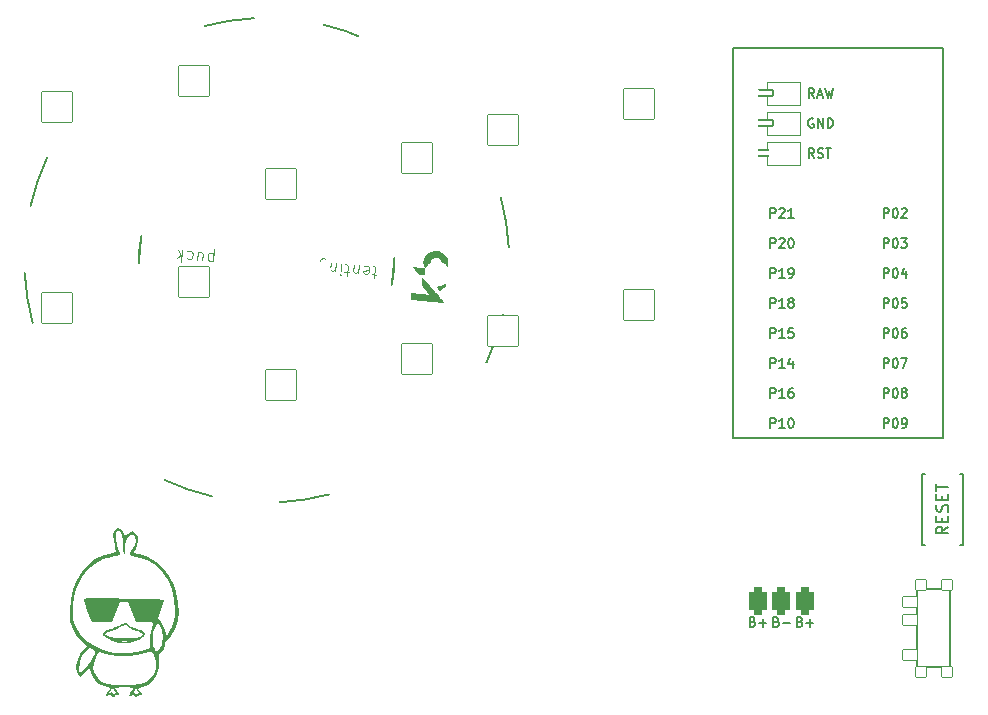
<source format=gto>
%TF.GenerationSoftware,KiCad,Pcbnew,(6.0.4)*%
%TF.CreationDate,2022-05-15T06:34:31+02:00*%
%TF.ProjectId,battoota,62617474-6f6f-4746-912e-6b696361645f,v1.0.0*%
%TF.SameCoordinates,Original*%
%TF.FileFunction,Legend,Top*%
%TF.FilePolarity,Positive*%
%FSLAX46Y46*%
G04 Gerber Fmt 4.6, Leading zero omitted, Abs format (unit mm)*
G04 Created by KiCad (PCBNEW (6.0.4)) date 2022-05-15 06:34:31*
%MOMM*%
%LPD*%
G01*
G04 APERTURE LIST*
G04 Aperture macros list*
%AMRoundRect*
0 Rectangle with rounded corners*
0 $1 Rounding radius*
0 $2 $3 $4 $5 $6 $7 $8 $9 X,Y pos of 4 corners*
0 Add a 4 corners polygon primitive as box body*
4,1,4,$2,$3,$4,$5,$6,$7,$8,$9,$2,$3,0*
0 Add four circle primitives for the rounded corners*
1,1,$1+$1,$2,$3*
1,1,$1+$1,$4,$5*
1,1,$1+$1,$6,$7*
1,1,$1+$1,$8,$9*
0 Add four rect primitives between the rounded corners*
20,1,$1+$1,$2,$3,$4,$5,0*
20,1,$1+$1,$4,$5,$6,$7,0*
20,1,$1+$1,$6,$7,$8,$9,0*
20,1,$1+$1,$8,$9,$2,$3,0*%
%AMFreePoly0*
4,1,16,0.535355,0.785355,0.550000,0.750000,0.550000,-0.750000,0.535355,-0.785355,0.500000,-0.800000,-0.650000,-0.800000,-0.685355,-0.785355,-0.700000,-0.750000,-0.691603,-0.722265,-0.210093,0.000000,-0.691603,0.722265,-0.699029,0.759806,-0.677735,0.791603,-0.650000,0.800000,0.500000,0.800000,0.535355,0.785355,0.535355,0.785355,$1*%
%AMFreePoly1*
4,1,16,0.535355,0.785355,0.541603,0.777735,1.041603,0.027735,1.049029,-0.009806,1.041603,-0.027735,0.541603,-0.777735,0.509806,-0.799029,0.500000,-0.800000,-0.500000,-0.800000,-0.535355,-0.785355,-0.550000,-0.750000,-0.550000,0.750000,-0.535355,0.785355,-0.500000,0.800000,0.500000,0.800000,0.535355,0.785355,0.535355,0.785355,$1*%
G04 Aperture macros list end*
%ADD10C,0.150000*%
%ADD11C,0.100000*%
%ADD12C,0.120000*%
%ADD13C,0.200000*%
%ADD14C,0.010000*%
%ADD15RoundRect,0.375000X-0.375000X-0.750000X0.375000X-0.750000X0.375000X0.750000X-0.375000X0.750000X0*%
%ADD16C,2.000000*%
%ADD17C,1.752600*%
%ADD18RoundRect,0.050000X-0.450000X0.450000X-0.450000X-0.450000X0.450000X-0.450000X0.450000X0.450000X0*%
%ADD19RoundRect,0.050000X-0.625000X0.450000X-0.625000X-0.450000X0.625000X-0.450000X0.625000X0.450000X0*%
%ADD20RoundRect,0.425000X-0.375000X-0.750000X0.375000X-0.750000X0.375000X0.750000X-0.375000X0.750000X0*%
%ADD21C,2.100000*%
%ADD22C,3.100000*%
%ADD23C,1.801800*%
%ADD24C,3.529000*%
%ADD25RoundRect,0.050000X-1.277114X-1.322490X1.322490X-1.277114X1.277114X1.322490X-1.322490X1.277114X0*%
%ADD26C,2.132000*%
%ADD27RoundRect,0.050000X-1.300000X-1.300000X1.300000X-1.300000X1.300000X1.300000X-1.300000X1.300000X0*%
%ADD28RoundRect,0.050000X-1.666227X-0.776974X0.776974X-1.666227X1.666227X0.776974X-0.776974X1.666227X0*%
%ADD29C,1.100000*%
%ADD30RoundRect,0.050000X-1.253839X-1.344577X1.344577X-1.253839X1.253839X1.344577X-1.344577X1.253839X0*%
%ADD31RoundRect,0.050000X-1.408356X-1.181751X1.181751X-1.408356X1.408356X1.181751X-1.181751X1.408356X0*%
%ADD32C,1.852600*%
%ADD33FreePoly0,180.000000*%
%ADD34RoundRect,0.050000X-0.762000X0.250000X-0.762000X-0.250000X0.762000X-0.250000X0.762000X0.250000X0*%
%ADD35FreePoly1,180.000000*%
%ADD36C,4.500000*%
G04 APERTURE END LIST*
D10*
%TO.C,PAD1*%
X149107300Y56420824D02*
X149221586Y56382729D01*
X149259681Y56344634D01*
X149297776Y56268443D01*
X149297776Y56154158D01*
X149259681Y56077967D01*
X149221586Y56039872D01*
X149145396Y56001777D01*
X148840634Y56001777D01*
X148840634Y56801777D01*
X149107300Y56801777D01*
X149183491Y56763682D01*
X149221586Y56725586D01*
X149259681Y56649396D01*
X149259681Y56573205D01*
X149221586Y56497015D01*
X149183491Y56458920D01*
X149107300Y56420824D01*
X148840634Y56420824D01*
X149640634Y56306539D02*
X150250157Y56306539D01*
X147107300Y56420824D02*
X147221586Y56382729D01*
X147259681Y56344634D01*
X147297776Y56268443D01*
X147297776Y56154158D01*
X147259681Y56077967D01*
X147221586Y56039872D01*
X147145396Y56001777D01*
X146840634Y56001777D01*
X146840634Y56801777D01*
X147107300Y56801777D01*
X147183491Y56763682D01*
X147221586Y56725586D01*
X147259681Y56649396D01*
X147259681Y56573205D01*
X147221586Y56497015D01*
X147183491Y56458920D01*
X147107300Y56420824D01*
X146840634Y56420824D01*
X147640634Y56306539D02*
X148250157Y56306539D01*
X147945396Y56001777D02*
X147945396Y56611301D01*
X151107300Y56420824D02*
X151221586Y56382729D01*
X151259681Y56344634D01*
X151297776Y56268443D01*
X151297776Y56154158D01*
X151259681Y56077967D01*
X151221586Y56039872D01*
X151145396Y56001777D01*
X150840634Y56001777D01*
X150840634Y56801777D01*
X151107300Y56801777D01*
X151183491Y56763682D01*
X151221586Y56725586D01*
X151259681Y56649396D01*
X151259681Y56573205D01*
X151221586Y56497015D01*
X151183491Y56458920D01*
X151107300Y56420824D01*
X150840634Y56420824D01*
X151640634Y56306539D02*
X152250157Y56306539D01*
X151945396Y56001777D02*
X151945396Y56611301D01*
%TO.C,B1*%
X163655571Y64450138D02*
X163179381Y64116804D01*
X163655571Y63878709D02*
X162655571Y63878709D01*
X162655571Y64259661D01*
X162703191Y64354899D01*
X162750810Y64402519D01*
X162846048Y64450138D01*
X162988905Y64450138D01*
X163084143Y64402519D01*
X163131762Y64354899D01*
X163179381Y64259661D01*
X163179381Y63878709D01*
X163131762Y64878709D02*
X163131762Y65212042D01*
X163655571Y65354899D02*
X163655571Y64878709D01*
X162655571Y64878709D01*
X162655571Y65354899D01*
X163607952Y65735852D02*
X163655571Y65878709D01*
X163655571Y66116804D01*
X163607952Y66212042D01*
X163560333Y66259661D01*
X163465095Y66307280D01*
X163369857Y66307280D01*
X163274619Y66259661D01*
X163227000Y66212042D01*
X163179381Y66116804D01*
X163131762Y65926328D01*
X163084143Y65831090D01*
X163036524Y65783471D01*
X162941286Y65735852D01*
X162846048Y65735852D01*
X162750810Y65783471D01*
X162703191Y65831090D01*
X162655571Y65926328D01*
X162655571Y66164423D01*
X162703191Y66307280D01*
X163131762Y66735852D02*
X163131762Y67069185D01*
X163655571Y67212042D02*
X163655571Y66735852D01*
X162655571Y66735852D01*
X162655571Y67212042D01*
X162655571Y67497757D02*
X162655571Y68069185D01*
X163655571Y67783471D02*
X162655571Y67783471D01*
%TO.C,MCU1*%
X158185784Y75380637D02*
X158185784Y76180637D01*
X158490546Y76180637D01*
X158566736Y76142542D01*
X158604832Y76104446D01*
X158642927Y76028256D01*
X158642927Y75913970D01*
X158604832Y75837780D01*
X158566736Y75799684D01*
X158490546Y75761589D01*
X158185784Y75761589D01*
X159138165Y76180637D02*
X159214355Y76180637D01*
X159290546Y76142542D01*
X159328641Y76104446D01*
X159366736Y76028256D01*
X159404832Y75875875D01*
X159404832Y75685399D01*
X159366736Y75533018D01*
X159328641Y75456827D01*
X159290546Y75418732D01*
X159214355Y75380637D01*
X159138165Y75380637D01*
X159061974Y75418732D01*
X159023879Y75456827D01*
X158985784Y75533018D01*
X158947689Y75685399D01*
X158947689Y75875875D01*
X158985784Y76028256D01*
X159023879Y76104446D01*
X159061974Y76142542D01*
X159138165Y76180637D01*
X159861974Y75837780D02*
X159785784Y75875875D01*
X159747689Y75913970D01*
X159709593Y75990161D01*
X159709593Y76028256D01*
X159747689Y76104446D01*
X159785784Y76142542D01*
X159861974Y76180637D01*
X160014355Y76180637D01*
X160090546Y76142542D01*
X160128641Y76104446D01*
X160166736Y76028256D01*
X160166736Y75990161D01*
X160128641Y75913970D01*
X160090546Y75875875D01*
X160014355Y75837780D01*
X159861974Y75837780D01*
X159785784Y75799684D01*
X159747689Y75761589D01*
X159709593Y75685399D01*
X159709593Y75533018D01*
X159747689Y75456827D01*
X159785784Y75418732D01*
X159861974Y75380637D01*
X160014355Y75380637D01*
X160090546Y75418732D01*
X160128641Y75456827D01*
X160166736Y75533018D01*
X160166736Y75685399D01*
X160128641Y75761589D01*
X160090546Y75799684D01*
X160014355Y75837780D01*
X148585784Y90620637D02*
X148585784Y91420637D01*
X148890546Y91420637D01*
X148966736Y91382542D01*
X149004832Y91344446D01*
X149042927Y91268256D01*
X149042927Y91153970D01*
X149004832Y91077780D01*
X148966736Y91039684D01*
X148890546Y91001589D01*
X148585784Y91001589D01*
X149347689Y91344446D02*
X149385784Y91382542D01*
X149461974Y91420637D01*
X149652451Y91420637D01*
X149728641Y91382542D01*
X149766736Y91344446D01*
X149804832Y91268256D01*
X149804832Y91192065D01*
X149766736Y91077780D01*
X149309593Y90620637D01*
X149804832Y90620637D01*
X150566736Y90620637D02*
X150109593Y90620637D01*
X150338165Y90620637D02*
X150338165Y91420637D01*
X150261974Y91306351D01*
X150185784Y91230161D01*
X150109593Y91192065D01*
X148585784Y77920637D02*
X148585784Y78720637D01*
X148890546Y78720637D01*
X148966736Y78682542D01*
X149004832Y78644446D01*
X149042927Y78568256D01*
X149042927Y78453970D01*
X149004832Y78377780D01*
X148966736Y78339684D01*
X148890546Y78301589D01*
X148585784Y78301589D01*
X149804832Y77920637D02*
X149347689Y77920637D01*
X149576260Y77920637D02*
X149576260Y78720637D01*
X149500070Y78606351D01*
X149423879Y78530161D01*
X149347689Y78492065D01*
X150490546Y78453970D02*
X150490546Y77920637D01*
X150300070Y78758732D02*
X150109593Y78187303D01*
X150604832Y78187303D01*
X148585784Y88080637D02*
X148585784Y88880637D01*
X148890546Y88880637D01*
X148966736Y88842542D01*
X149004832Y88804446D01*
X149042927Y88728256D01*
X149042927Y88613970D01*
X149004832Y88537780D01*
X148966736Y88499684D01*
X148890546Y88461589D01*
X148585784Y88461589D01*
X149347689Y88804446D02*
X149385784Y88842542D01*
X149461974Y88880637D01*
X149652451Y88880637D01*
X149728641Y88842542D01*
X149766736Y88804446D01*
X149804832Y88728256D01*
X149804832Y88652065D01*
X149766736Y88537780D01*
X149309593Y88080637D01*
X149804832Y88080637D01*
X150300070Y88880637D02*
X150376260Y88880637D01*
X150452451Y88842542D01*
X150490546Y88804446D01*
X150528641Y88728256D01*
X150566736Y88575875D01*
X150566736Y88385399D01*
X150528641Y88233018D01*
X150490546Y88156827D01*
X150452451Y88118732D01*
X150376260Y88080637D01*
X150300070Y88080637D01*
X150223879Y88118732D01*
X150185784Y88156827D01*
X150147689Y88233018D01*
X150109593Y88385399D01*
X150109593Y88575875D01*
X150147689Y88728256D01*
X150185784Y88804446D01*
X150223879Y88842542D01*
X150300070Y88880637D01*
X152305594Y95700637D02*
X152038928Y96081589D01*
X151848451Y95700637D02*
X151848451Y96500637D01*
X152153213Y96500637D01*
X152229404Y96462542D01*
X152267499Y96424446D01*
X152305594Y96348256D01*
X152305594Y96233970D01*
X152267499Y96157780D01*
X152229404Y96119684D01*
X152153213Y96081589D01*
X151848451Y96081589D01*
X152610356Y95738732D02*
X152724642Y95700637D01*
X152915118Y95700637D01*
X152991309Y95738732D01*
X153029404Y95776827D01*
X153067499Y95853018D01*
X153067499Y95929208D01*
X153029404Y96005399D01*
X152991309Y96043494D01*
X152915118Y96081589D01*
X152762737Y96119684D01*
X152686547Y96157780D01*
X152648451Y96195875D01*
X152610356Y96272065D01*
X152610356Y96348256D01*
X152648451Y96424446D01*
X152686547Y96462542D01*
X152762737Y96500637D01*
X152953213Y96500637D01*
X153067499Y96462542D01*
X153296070Y96500637D02*
X153753213Y96500637D01*
X153524642Y95700637D02*
X153524642Y96500637D01*
X158185784Y72840637D02*
X158185784Y73640637D01*
X158490546Y73640637D01*
X158566736Y73602542D01*
X158604832Y73564446D01*
X158642927Y73488256D01*
X158642927Y73373970D01*
X158604832Y73297780D01*
X158566736Y73259684D01*
X158490546Y73221589D01*
X158185784Y73221589D01*
X159138165Y73640637D02*
X159214355Y73640637D01*
X159290546Y73602542D01*
X159328641Y73564446D01*
X159366736Y73488256D01*
X159404832Y73335875D01*
X159404832Y73145399D01*
X159366736Y72993018D01*
X159328641Y72916827D01*
X159290546Y72878732D01*
X159214355Y72840637D01*
X159138165Y72840637D01*
X159061974Y72878732D01*
X159023879Y72916827D01*
X158985784Y72993018D01*
X158947689Y73145399D01*
X158947689Y73335875D01*
X158985784Y73488256D01*
X159023879Y73564446D01*
X159061974Y73602542D01*
X159138165Y73640637D01*
X159785784Y72840637D02*
X159938165Y72840637D01*
X160014355Y72878732D01*
X160052451Y72916827D01*
X160128641Y73031113D01*
X160166736Y73183494D01*
X160166736Y73488256D01*
X160128641Y73564446D01*
X160090546Y73602542D01*
X160014355Y73640637D01*
X159861974Y73640637D01*
X159785784Y73602542D01*
X159747689Y73564446D01*
X159709593Y73488256D01*
X159709593Y73297780D01*
X159747689Y73221589D01*
X159785784Y73183494D01*
X159861974Y73145399D01*
X160014355Y73145399D01*
X160090546Y73183494D01*
X160128641Y73221589D01*
X160166736Y73297780D01*
X148585784Y75380637D02*
X148585784Y76180637D01*
X148890546Y76180637D01*
X148966736Y76142542D01*
X149004832Y76104446D01*
X149042927Y76028256D01*
X149042927Y75913970D01*
X149004832Y75837780D01*
X148966736Y75799684D01*
X148890546Y75761589D01*
X148585784Y75761589D01*
X149804832Y75380637D02*
X149347689Y75380637D01*
X149576260Y75380637D02*
X149576260Y76180637D01*
X149500070Y76066351D01*
X149423879Y75990161D01*
X149347689Y75952065D01*
X150490546Y76180637D02*
X150338165Y76180637D01*
X150261974Y76142542D01*
X150223879Y76104446D01*
X150147689Y75990161D01*
X150109593Y75837780D01*
X150109593Y75533018D01*
X150147689Y75456827D01*
X150185784Y75418732D01*
X150261974Y75380637D01*
X150414355Y75380637D01*
X150490546Y75418732D01*
X150528641Y75456827D01*
X150566736Y75533018D01*
X150566736Y75723494D01*
X150528641Y75799684D01*
X150490546Y75837780D01*
X150414355Y75875875D01*
X150261974Y75875875D01*
X150185784Y75837780D01*
X150147689Y75799684D01*
X150109593Y75723494D01*
X152305595Y100780637D02*
X152038928Y101161589D01*
X151848452Y100780637D02*
X151848452Y101580637D01*
X152153214Y101580637D01*
X152229404Y101542542D01*
X152267499Y101504446D01*
X152305595Y101428256D01*
X152305595Y101313970D01*
X152267499Y101237780D01*
X152229404Y101199684D01*
X152153214Y101161589D01*
X151848452Y101161589D01*
X152610356Y101009208D02*
X152991309Y101009208D01*
X152534166Y100780637D02*
X152800833Y101580637D01*
X153067499Y100780637D01*
X153257976Y101580637D02*
X153448452Y100780637D01*
X153600833Y101352065D01*
X153753214Y100780637D01*
X153943690Y101580637D01*
X158185784Y90620637D02*
X158185784Y91420637D01*
X158490546Y91420637D01*
X158566736Y91382542D01*
X158604832Y91344446D01*
X158642927Y91268256D01*
X158642927Y91153970D01*
X158604832Y91077780D01*
X158566736Y91039684D01*
X158490546Y91001589D01*
X158185784Y91001589D01*
X159138165Y91420637D02*
X159214355Y91420637D01*
X159290546Y91382542D01*
X159328641Y91344446D01*
X159366736Y91268256D01*
X159404832Y91115875D01*
X159404832Y90925399D01*
X159366736Y90773018D01*
X159328641Y90696827D01*
X159290546Y90658732D01*
X159214355Y90620637D01*
X159138165Y90620637D01*
X159061974Y90658732D01*
X159023879Y90696827D01*
X158985784Y90773018D01*
X158947689Y90925399D01*
X158947689Y91115875D01*
X158985784Y91268256D01*
X159023879Y91344446D01*
X159061974Y91382542D01*
X159138165Y91420637D01*
X159709593Y91344446D02*
X159747689Y91382542D01*
X159823879Y91420637D01*
X160014355Y91420637D01*
X160090546Y91382542D01*
X160128641Y91344446D01*
X160166736Y91268256D01*
X160166736Y91192065D01*
X160128641Y91077780D01*
X159671498Y90620637D01*
X160166736Y90620637D01*
X148585784Y83000637D02*
X148585784Y83800637D01*
X148890546Y83800637D01*
X148966736Y83762542D01*
X149004832Y83724446D01*
X149042927Y83648256D01*
X149042927Y83533970D01*
X149004832Y83457780D01*
X148966736Y83419684D01*
X148890546Y83381589D01*
X148585784Y83381589D01*
X149804832Y83000637D02*
X149347689Y83000637D01*
X149576260Y83000637D02*
X149576260Y83800637D01*
X149500070Y83686351D01*
X149423879Y83610161D01*
X149347689Y83572065D01*
X150261974Y83457780D02*
X150185784Y83495875D01*
X150147689Y83533970D01*
X150109593Y83610161D01*
X150109593Y83648256D01*
X150147689Y83724446D01*
X150185784Y83762542D01*
X150261974Y83800637D01*
X150414355Y83800637D01*
X150490546Y83762542D01*
X150528641Y83724446D01*
X150566736Y83648256D01*
X150566736Y83610161D01*
X150528641Y83533970D01*
X150490546Y83495875D01*
X150414355Y83457780D01*
X150261974Y83457780D01*
X150185784Y83419684D01*
X150147689Y83381589D01*
X150109593Y83305399D01*
X150109593Y83153018D01*
X150147689Y83076827D01*
X150185784Y83038732D01*
X150261974Y83000637D01*
X150414355Y83000637D01*
X150490546Y83038732D01*
X150528641Y83076827D01*
X150566736Y83153018D01*
X150566736Y83305399D01*
X150528641Y83381589D01*
X150490546Y83419684D01*
X150414355Y83457780D01*
X148585784Y72840637D02*
X148585784Y73640637D01*
X148890546Y73640637D01*
X148966736Y73602542D01*
X149004832Y73564446D01*
X149042927Y73488256D01*
X149042927Y73373970D01*
X149004832Y73297780D01*
X148966736Y73259684D01*
X148890546Y73221589D01*
X148585784Y73221589D01*
X149804832Y72840637D02*
X149347689Y72840637D01*
X149576260Y72840637D02*
X149576260Y73640637D01*
X149500070Y73526351D01*
X149423879Y73450161D01*
X149347689Y73412065D01*
X150300070Y73640637D02*
X150376260Y73640637D01*
X150452451Y73602542D01*
X150490546Y73564446D01*
X150528641Y73488256D01*
X150566736Y73335875D01*
X150566736Y73145399D01*
X150528641Y72993018D01*
X150490546Y72916827D01*
X150452451Y72878732D01*
X150376260Y72840637D01*
X150300070Y72840637D01*
X150223879Y72878732D01*
X150185784Y72916827D01*
X150147689Y72993018D01*
X150109593Y73145399D01*
X150109593Y73335875D01*
X150147689Y73488256D01*
X150185784Y73564446D01*
X150223879Y73602542D01*
X150300070Y73640637D01*
X158185784Y88080637D02*
X158185784Y88880637D01*
X158490546Y88880637D01*
X158566736Y88842542D01*
X158604832Y88804446D01*
X158642927Y88728256D01*
X158642927Y88613970D01*
X158604832Y88537780D01*
X158566736Y88499684D01*
X158490546Y88461589D01*
X158185784Y88461589D01*
X159138165Y88880637D02*
X159214355Y88880637D01*
X159290546Y88842542D01*
X159328641Y88804446D01*
X159366736Y88728256D01*
X159404832Y88575875D01*
X159404832Y88385399D01*
X159366736Y88233018D01*
X159328641Y88156827D01*
X159290546Y88118732D01*
X159214355Y88080637D01*
X159138165Y88080637D01*
X159061974Y88118732D01*
X159023879Y88156827D01*
X158985784Y88233018D01*
X158947689Y88385399D01*
X158947689Y88575875D01*
X158985784Y88728256D01*
X159023879Y88804446D01*
X159061974Y88842542D01*
X159138165Y88880637D01*
X159671498Y88880637D02*
X160166736Y88880637D01*
X159900070Y88575875D01*
X160014355Y88575875D01*
X160090546Y88537780D01*
X160128641Y88499684D01*
X160166736Y88423494D01*
X160166736Y88233018D01*
X160128641Y88156827D01*
X160090546Y88118732D01*
X160014355Y88080637D01*
X159785784Y88080637D01*
X159709593Y88118732D01*
X159671498Y88156827D01*
X158185784Y77920637D02*
X158185784Y78720637D01*
X158490546Y78720637D01*
X158566736Y78682542D01*
X158604832Y78644446D01*
X158642927Y78568256D01*
X158642927Y78453970D01*
X158604832Y78377780D01*
X158566736Y78339684D01*
X158490546Y78301589D01*
X158185784Y78301589D01*
X159138165Y78720637D02*
X159214355Y78720637D01*
X159290546Y78682542D01*
X159328641Y78644446D01*
X159366736Y78568256D01*
X159404832Y78415875D01*
X159404832Y78225399D01*
X159366736Y78073018D01*
X159328641Y77996827D01*
X159290546Y77958732D01*
X159214355Y77920637D01*
X159138165Y77920637D01*
X159061974Y77958732D01*
X159023879Y77996827D01*
X158985784Y78073018D01*
X158947689Y78225399D01*
X158947689Y78415875D01*
X158985784Y78568256D01*
X159023879Y78644446D01*
X159061974Y78682542D01*
X159138165Y78720637D01*
X159671498Y78720637D02*
X160204832Y78720637D01*
X159861974Y77920637D01*
X148585784Y85540637D02*
X148585784Y86340637D01*
X148890546Y86340637D01*
X148966736Y86302542D01*
X149004832Y86264446D01*
X149042927Y86188256D01*
X149042927Y86073970D01*
X149004832Y85997780D01*
X148966736Y85959684D01*
X148890546Y85921589D01*
X148585784Y85921589D01*
X149804832Y85540637D02*
X149347689Y85540637D01*
X149576260Y85540637D02*
X149576260Y86340637D01*
X149500070Y86226351D01*
X149423879Y86150161D01*
X149347689Y86112065D01*
X150185784Y85540637D02*
X150338165Y85540637D01*
X150414355Y85578732D01*
X150452451Y85616827D01*
X150528641Y85731113D01*
X150566736Y85883494D01*
X150566736Y86188256D01*
X150528641Y86264446D01*
X150490546Y86302542D01*
X150414355Y86340637D01*
X150261974Y86340637D01*
X150185784Y86302542D01*
X150147689Y86264446D01*
X150109593Y86188256D01*
X150109593Y85997780D01*
X150147689Y85921589D01*
X150185784Y85883494D01*
X150261974Y85845399D01*
X150414355Y85845399D01*
X150490546Y85883494D01*
X150528641Y85921589D01*
X150566736Y85997780D01*
X152248452Y99002542D02*
X152172261Y99040637D01*
X152057976Y99040637D01*
X151943690Y99002542D01*
X151867499Y98926351D01*
X151829404Y98850161D01*
X151791309Y98697780D01*
X151791309Y98583494D01*
X151829404Y98431113D01*
X151867499Y98354922D01*
X151943690Y98278732D01*
X152057976Y98240637D01*
X152134166Y98240637D01*
X152248452Y98278732D01*
X152286547Y98316827D01*
X152286547Y98583494D01*
X152134166Y98583494D01*
X152629404Y98240637D02*
X152629404Y99040637D01*
X153086547Y98240637D01*
X153086547Y99040637D01*
X153467499Y98240637D02*
X153467499Y99040637D01*
X153657976Y99040637D01*
X153772261Y99002542D01*
X153848452Y98926351D01*
X153886547Y98850161D01*
X153924642Y98697780D01*
X153924642Y98583494D01*
X153886547Y98431113D01*
X153848452Y98354922D01*
X153772261Y98278732D01*
X153657976Y98240637D01*
X153467499Y98240637D01*
X158185784Y85540637D02*
X158185784Y86340637D01*
X158490546Y86340637D01*
X158566736Y86302542D01*
X158604832Y86264446D01*
X158642927Y86188256D01*
X158642927Y86073970D01*
X158604832Y85997780D01*
X158566736Y85959684D01*
X158490546Y85921589D01*
X158185784Y85921589D01*
X159138165Y86340637D02*
X159214355Y86340637D01*
X159290546Y86302542D01*
X159328641Y86264446D01*
X159366736Y86188256D01*
X159404832Y86035875D01*
X159404832Y85845399D01*
X159366736Y85693018D01*
X159328641Y85616827D01*
X159290546Y85578732D01*
X159214355Y85540637D01*
X159138165Y85540637D01*
X159061974Y85578732D01*
X159023879Y85616827D01*
X158985784Y85693018D01*
X158947689Y85845399D01*
X158947689Y86035875D01*
X158985784Y86188256D01*
X159023879Y86264446D01*
X159061974Y86302542D01*
X159138165Y86340637D01*
X160090546Y86073970D02*
X160090546Y85540637D01*
X159900070Y86378732D02*
X159709593Y85807303D01*
X160204832Y85807303D01*
X158185784Y83000637D02*
X158185784Y83800637D01*
X158490546Y83800637D01*
X158566736Y83762542D01*
X158604832Y83724446D01*
X158642927Y83648256D01*
X158642927Y83533970D01*
X158604832Y83457780D01*
X158566736Y83419684D01*
X158490546Y83381589D01*
X158185784Y83381589D01*
X159138165Y83800637D02*
X159214355Y83800637D01*
X159290546Y83762542D01*
X159328641Y83724446D01*
X159366736Y83648256D01*
X159404832Y83495875D01*
X159404832Y83305399D01*
X159366736Y83153018D01*
X159328641Y83076827D01*
X159290546Y83038732D01*
X159214355Y83000637D01*
X159138165Y83000637D01*
X159061974Y83038732D01*
X159023879Y83076827D01*
X158985784Y83153018D01*
X158947689Y83305399D01*
X158947689Y83495875D01*
X158985784Y83648256D01*
X159023879Y83724446D01*
X159061974Y83762542D01*
X159138165Y83800637D01*
X160128641Y83800637D02*
X159747689Y83800637D01*
X159709593Y83419684D01*
X159747689Y83457780D01*
X159823879Y83495875D01*
X160014355Y83495875D01*
X160090546Y83457780D01*
X160128641Y83419684D01*
X160166736Y83343494D01*
X160166736Y83153018D01*
X160128641Y83076827D01*
X160090546Y83038732D01*
X160014355Y83000637D01*
X159823879Y83000637D01*
X159747689Y83038732D01*
X159709593Y83076827D01*
X148585784Y80460637D02*
X148585784Y81260637D01*
X148890546Y81260637D01*
X148966736Y81222542D01*
X149004832Y81184446D01*
X149042927Y81108256D01*
X149042927Y80993970D01*
X149004832Y80917780D01*
X148966736Y80879684D01*
X148890546Y80841589D01*
X148585784Y80841589D01*
X149804832Y80460637D02*
X149347689Y80460637D01*
X149576260Y80460637D02*
X149576260Y81260637D01*
X149500070Y81146351D01*
X149423879Y81070161D01*
X149347689Y81032065D01*
X150528641Y81260637D02*
X150147689Y81260637D01*
X150109593Y80879684D01*
X150147689Y80917780D01*
X150223879Y80955875D01*
X150414355Y80955875D01*
X150490546Y80917780D01*
X150528641Y80879684D01*
X150566736Y80803494D01*
X150566736Y80613018D01*
X150528641Y80536827D01*
X150490546Y80498732D01*
X150414355Y80460637D01*
X150223879Y80460637D01*
X150147689Y80498732D01*
X150109593Y80536827D01*
X158185784Y80460637D02*
X158185784Y81260637D01*
X158490546Y81260637D01*
X158566736Y81222542D01*
X158604832Y81184446D01*
X158642927Y81108256D01*
X158642927Y80993970D01*
X158604832Y80917780D01*
X158566736Y80879684D01*
X158490546Y80841589D01*
X158185784Y80841589D01*
X159138165Y81260637D02*
X159214355Y81260637D01*
X159290546Y81222542D01*
X159328641Y81184446D01*
X159366736Y81108256D01*
X159404832Y80955875D01*
X159404832Y80765399D01*
X159366736Y80613018D01*
X159328641Y80536827D01*
X159290546Y80498732D01*
X159214355Y80460637D01*
X159138165Y80460637D01*
X159061974Y80498732D01*
X159023879Y80536827D01*
X158985784Y80613018D01*
X158947689Y80765399D01*
X158947689Y80955875D01*
X158985784Y81108256D01*
X159023879Y81184446D01*
X159061974Y81222542D01*
X159138165Y81260637D01*
X160090546Y81260637D02*
X159938165Y81260637D01*
X159861974Y81222542D01*
X159823879Y81184446D01*
X159747689Y81070161D01*
X159709593Y80917780D01*
X159709593Y80613018D01*
X159747689Y80536827D01*
X159785784Y80498732D01*
X159861974Y80460637D01*
X160014355Y80460637D01*
X160090546Y80498732D01*
X160128641Y80536827D01*
X160166736Y80613018D01*
X160166736Y80803494D01*
X160128641Y80879684D01*
X160090546Y80917780D01*
X160014355Y80955875D01*
X159861974Y80955875D01*
X159785784Y80917780D01*
X159747689Y80879684D01*
X159709593Y80803494D01*
D11*
%TO.C,REF\u002A\u002A*%
X115252895Y85795122D02*
X114873392Y85828324D01*
X115081530Y85475508D02*
X115156234Y86329389D01*
X115117097Y86428415D01*
X115026372Y86484153D01*
X114931496Y86492454D01*
X114215778Y86507270D02*
X114314804Y86546407D01*
X114504556Y86529806D01*
X114595281Y86474068D01*
X114634418Y86375042D01*
X114601216Y85995539D01*
X114545478Y85904814D01*
X114446452Y85865676D01*
X114256700Y85882278D01*
X114165975Y85938016D01*
X114126838Y86037042D01*
X114135138Y86131918D01*
X114617817Y86185291D01*
X113687446Y85932081D02*
X113745550Y86596211D01*
X113695747Y86026957D02*
X113644159Y85983669D01*
X113545133Y85944532D01*
X113402819Y85956983D01*
X113312094Y86012721D01*
X113272956Y86111747D01*
X113318609Y86633563D01*
X112928441Y85998485D02*
X112548938Y86031687D01*
X112757075Y85678871D02*
X112831780Y86532752D01*
X112792643Y86631778D01*
X112701917Y86687517D01*
X112607042Y86695817D01*
X112274977Y86724869D02*
X112216873Y86060739D01*
X112187821Y85728674D02*
X112239409Y85771962D01*
X112196122Y85823550D01*
X112144534Y85780263D01*
X112187821Y85728674D01*
X112196122Y85823550D01*
X111742495Y86102242D02*
X111800598Y86766372D01*
X111750795Y86197118D02*
X111699207Y86153830D01*
X111600181Y86114693D01*
X111457868Y86127144D01*
X111367142Y86182882D01*
X111328005Y86281908D01*
X111373658Y86803724D01*
X110414235Y86218450D02*
X110484790Y87024893D01*
X110540528Y87115618D01*
X110592116Y87158906D01*
X110691142Y87198043D01*
X110833456Y87185593D01*
X110924181Y87129854D01*
X110468189Y86835142D02*
X110567215Y86874279D01*
X110756966Y86857678D01*
X110847691Y86801940D01*
X110890979Y86750351D01*
X110930116Y86651325D01*
X110905215Y86366698D01*
X110849476Y86275973D01*
X110797888Y86232685D01*
X110698862Y86193548D01*
X110509111Y86210149D01*
X110418385Y86265888D01*
X101409718Y86942501D02*
X101496874Y87938695D01*
X101413869Y86989938D02*
X101314843Y86950801D01*
X101125091Y86967402D01*
X101034366Y87023141D01*
X100991078Y87074729D01*
X100951941Y87173755D01*
X100976843Y87458382D01*
X101032581Y87549107D01*
X101084169Y87592395D01*
X101183195Y87631532D01*
X101372946Y87614931D01*
X101463672Y87559193D01*
X100081459Y87058708D02*
X100139563Y87722838D01*
X100508399Y87021356D02*
X100554052Y87543172D01*
X100514915Y87642198D01*
X100424190Y87697936D01*
X100281876Y87710387D01*
X100182850Y87671250D01*
X100131262Y87627962D01*
X99234093Y87754255D02*
X99333119Y87793393D01*
X99522871Y87776792D01*
X99613596Y87721053D01*
X99656884Y87669465D01*
X99696021Y87570439D01*
X99671119Y87285812D01*
X99615381Y87195087D01*
X99563793Y87151799D01*
X99464767Y87112662D01*
X99275015Y87129263D01*
X99184290Y87185001D01*
X98811303Y87839046D02*
X98724147Y86842851D01*
X98683225Y87467844D02*
X98431800Y87872248D01*
X98373696Y87208118D02*
X98786401Y87554419D01*
D10*
%TO.C,T1*%
X163850140Y59144619D02*
X161000140Y59144619D01*
X163850140Y53894619D02*
X163850140Y57794619D01*
X161000140Y59144619D02*
X161000140Y52544619D01*
X163850140Y55844619D02*
X163850140Y52544619D01*
X161000140Y52544619D02*
X163850140Y52544619D01*
X163850140Y55844619D02*
X163850140Y59144619D01*
%TO.C,B1*%
X161453191Y62902519D02*
X161453191Y68902519D01*
X164953191Y62902519D02*
X164953191Y68902519D01*
X161453191Y68902519D02*
X161703191Y68902519D01*
X164953191Y62902519D02*
X164703191Y62902519D01*
X164953191Y68902519D02*
X164703191Y68902519D01*
X161453191Y62902519D02*
X161703191Y62902519D01*
%TO.C,G\u002A\u002A\u002A*%
G36*
X92883978Y54811439D02*
G01*
X92740255Y54880814D01*
X92407058Y55056231D01*
X92211599Y55193916D01*
X92131416Y55310999D01*
X92130646Y55316839D01*
X92306885Y55316839D01*
X92323310Y55295956D01*
X92503738Y55201096D01*
X92814003Y55123189D01*
X93215242Y55064583D01*
X93668589Y55027628D01*
X94135180Y55014670D01*
X94576151Y55028060D01*
X94952637Y55070144D01*
X95174422Y55123679D01*
X95401772Y55233273D01*
X95460472Y55348492D01*
X95351061Y55468035D01*
X95074080Y55590598D01*
X94966078Y55625429D01*
X94664565Y55735323D01*
X94407590Y55860367D01*
X94283288Y55946404D01*
X94021677Y56093383D01*
X93736622Y56076183D01*
X93509613Y55948664D01*
X93306784Y55830100D01*
X93019752Y55709005D01*
X92844401Y55651219D01*
X92514387Y55534275D01*
X92332107Y55420696D01*
X92306885Y55316839D01*
X92130646Y55316839D01*
X92126422Y55348860D01*
X92205522Y55535943D01*
X92420663Y55696920D01*
X92738600Y55809825D01*
X92858300Y55832470D01*
X93154436Y55920791D01*
X93435028Y56068739D01*
X93454272Y56082600D01*
X93752550Y56247693D01*
X94019947Y56257391D01*
X94293936Y56111220D01*
X94343195Y56071400D01*
X94555160Y55931295D01*
X94751676Y55860051D01*
X94778751Y55857874D01*
X94966352Y55822347D01*
X95222502Y55735067D01*
X95328663Y55689960D01*
X95559074Y55566867D01*
X95659234Y55452976D01*
X95667330Y55340633D01*
X95591473Y55163612D01*
X95513088Y55091950D01*
X95111759Y54891462D01*
X94805697Y54759395D01*
X94543443Y54679643D01*
X94273536Y54636100D01*
X93989088Y54614958D01*
X93653008Y54603783D01*
X93402897Y54622991D01*
X93169604Y54687303D01*
X93109985Y54713214D01*
X93673799Y54713214D01*
X93780173Y54699930D01*
X93904422Y54697460D01*
X94087543Y54704065D01*
X94137812Y54720951D01*
X94094922Y54734152D01*
X93848204Y54748159D01*
X93713922Y54734152D01*
X93673799Y54713214D01*
X93109985Y54713214D01*
X92957906Y54779309D01*
X93263810Y54779309D01*
X93347033Y54765751D01*
X93456847Y54781317D01*
X93458158Y54810219D01*
X93344841Y54830431D01*
X93295880Y54816903D01*
X93263810Y54779309D01*
X92957906Y54779309D01*
X92883978Y54811439D01*
G37*
G36*
X94497088Y50503045D02*
G01*
X94643295Y50652401D01*
X94666692Y50756195D01*
X94555768Y50821445D01*
X94299012Y50855169D01*
X93904422Y50864400D01*
X93568863Y50857043D01*
X93308698Y50837338D01*
X93161697Y50808830D01*
X93142422Y50792855D01*
X93199034Y50688346D01*
X93311755Y50568066D01*
X93447142Y50400898D01*
X93476988Y50265739D01*
X93400694Y50201812D01*
X93317223Y50210169D01*
X93160615Y50195335D01*
X93108213Y50135377D01*
X93006711Y50026556D01*
X92885968Y50061683D01*
X92834968Y50143183D01*
X92754841Y50223695D01*
X92631524Y50185516D01*
X92462694Y50111812D01*
X92392654Y50148018D01*
X92380422Y50271016D01*
X92421728Y50379808D01*
X92582791Y50379808D01*
X92677340Y50385158D01*
X92749034Y50430786D01*
X92849174Y50473905D01*
X92916959Y50373574D01*
X92929388Y50337018D01*
X92980358Y50214712D01*
X93017398Y50247358D01*
X93029700Y50288207D01*
X93124266Y50392124D01*
X93211226Y50386159D01*
X93282980Y50379386D01*
X93221385Y50454321D01*
X93173785Y50496685D01*
X93022640Y50657352D01*
X92947636Y50779733D01*
X92909598Y50852446D01*
X92895106Y50761545D01*
X92821498Y50610467D01*
X92711837Y50521852D01*
X92594181Y50433079D01*
X92582791Y50379808D01*
X92421728Y50379808D01*
X92447013Y50446405D01*
X92549755Y50545382D01*
X92693986Y50671444D01*
X92682018Y50778173D01*
X92509132Y50871978D01*
X92258894Y50940441D01*
X91805541Y51124714D01*
X91433524Y51442555D01*
X91170096Y51867066D01*
X91092709Y52091419D01*
X90991439Y52470057D01*
X90775764Y52332967D01*
X90561682Y52165937D01*
X90369908Y51974638D01*
X90179727Y51753400D01*
X90000313Y51965066D01*
X89869742Y52239974D01*
X89848473Y52501801D01*
X90095204Y52501801D01*
X90102772Y52276291D01*
X90139765Y52147704D01*
X90163941Y52134400D01*
X90256374Y52188909D01*
X90430173Y52331426D01*
X90603135Y52489954D01*
X91293284Y52489954D01*
X91375226Y52110208D01*
X91476501Y51873648D01*
X91654061Y51601911D01*
X91877885Y51393116D01*
X92168936Y51241165D01*
X92548174Y51139962D01*
X93036561Y51083409D01*
X93655058Y51065408D01*
X94226220Y51073792D01*
X94708800Y51090617D01*
X95060360Y51114249D01*
X95319209Y51150426D01*
X95523658Y51204883D01*
X95712015Y51283357D01*
X95750220Y51301989D01*
X96123921Y51577407D01*
X96396496Y51966219D01*
X96555900Y52437813D01*
X96590089Y52961576D01*
X96540529Y53310769D01*
X96455508Y53618649D01*
X96347306Y53796201D01*
X96181045Y53859979D01*
X95921846Y53826536D01*
X95630184Y53742813D01*
X94953530Y53587774D01*
X94197082Y53510253D01*
X93433171Y53513392D01*
X92734127Y53600336D01*
X92668971Y53614115D01*
X92335075Y53693216D01*
X92053420Y53769503D01*
X91875159Y53828891D01*
X91854808Y53838335D01*
X91752825Y53860391D01*
X91681082Y53771888D01*
X91623707Y53593361D01*
X91533656Y53336287D01*
X91426116Y53126554D01*
X91411179Y53105450D01*
X91304319Y52839623D01*
X91293284Y52489954D01*
X90603135Y52489954D01*
X90635426Y52519550D01*
X90866152Y52778902D01*
X91090809Y53095367D01*
X91281265Y53421544D01*
X91409387Y53710034D01*
X91448261Y53889059D01*
X91380701Y53995723D01*
X91215710Y54113267D01*
X91203142Y54119902D01*
X91054781Y54186990D01*
X90944970Y54184016D01*
X90822020Y54091411D01*
X90654733Y53912295D01*
X90448858Y53651510D01*
X90275909Y53376808D01*
X90223346Y53268946D01*
X90158061Y53047223D01*
X90114491Y52775143D01*
X90095204Y52501801D01*
X89848473Y52501801D01*
X89840202Y52603612D01*
X89902370Y53016274D01*
X90046922Y53438258D01*
X90264536Y53829856D01*
X90504870Y54113825D01*
X90761494Y54357583D01*
X90302999Y54776621D01*
X89826443Y55321596D01*
X89567296Y55759042D01*
X89447141Y56012240D01*
X89368080Y56220018D01*
X89321752Y56429518D01*
X89299794Y56687883D01*
X89293841Y57042258D01*
X89294371Y57297579D01*
X89297495Y57341400D01*
X89553696Y57341400D01*
X89557400Y56928222D01*
X89578822Y56628157D01*
X89627684Y56385171D01*
X89713705Y56143232D01*
X89792844Y55962855D01*
X90136304Y55401988D01*
X90621028Y54892268D01*
X91222119Y54452211D01*
X91914683Y54100333D01*
X92603812Y53872265D01*
X93082786Y53794861D01*
X93663314Y53766986D01*
X94285788Y53786196D01*
X94890603Y53850046D01*
X95418152Y53956093D01*
X95543239Y53992802D01*
X96123723Y54178753D01*
X96070295Y54617077D01*
X96079465Y55080285D01*
X96325881Y55080285D01*
X96327710Y54677744D01*
X96375168Y54316992D01*
X96467775Y54056944D01*
X96475134Y54045253D01*
X96628143Y53811733D01*
X96826284Y53997877D01*
X96966130Y54193782D01*
X97086957Y54469968D01*
X97121864Y54590190D01*
X97176721Y55146150D01*
X97084261Y55689335D01*
X96907681Y56083336D01*
X96784247Y56274447D01*
X96713207Y56333717D01*
X96666647Y56278387D01*
X96652846Y56240733D01*
X96579443Y56050036D01*
X96475242Y55806585D01*
X96461032Y55775066D01*
X96370162Y55465698D01*
X96325881Y55080285D01*
X96079465Y55080285D01*
X96082096Y55213210D01*
X96150582Y55521066D01*
X96262396Y55901980D01*
X96322245Y56147438D01*
X96311960Y56287910D01*
X96213374Y56353867D01*
X96008320Y56375778D01*
X95678630Y56384113D01*
X95635186Y56385469D01*
X94892188Y56410066D01*
X94545362Y57256733D01*
X94198535Y58103400D01*
X93537991Y58103400D01*
X92844243Y56410066D01*
X91992187Y56386102D01*
X91140130Y56362137D01*
X90785489Y57302541D01*
X90651479Y57677144D01*
X90550559Y57997120D01*
X90492705Y58227962D01*
X90487272Y58334241D01*
X90565612Y58358671D01*
X90770969Y58376347D01*
X91110443Y58387339D01*
X91591135Y58391713D01*
X92220147Y58389538D01*
X93004578Y58380882D01*
X93892620Y58366851D01*
X94628610Y58353119D01*
X95310377Y58338793D01*
X95919653Y58324376D01*
X96438166Y58310372D01*
X96847646Y58297287D01*
X97129824Y58285624D01*
X97266428Y58275889D01*
X97276286Y58273424D01*
X97264632Y58184166D01*
X97205275Y57971704D01*
X97108818Y57671815D01*
X97032008Y57449106D01*
X96752989Y56659530D01*
X96977731Y56434787D01*
X97139512Y56205119D01*
X97287131Y55877216D01*
X97345176Y55696772D01*
X97487878Y55183498D01*
X97700397Y55496248D01*
X97963013Y55953635D01*
X98127499Y56429344D01*
X98208157Y56975786D01*
X98222422Y57409186D01*
X98153236Y58317446D01*
X97951835Y59154138D01*
X97627455Y59906649D01*
X97189332Y60562370D01*
X96646702Y61108689D01*
X96008799Y61532995D01*
X95284861Y61822677D01*
X94928718Y61906649D01*
X94599418Y61983285D01*
X94428121Y62077514D01*
X94403843Y62217712D01*
X94515598Y62432257D01*
X94652421Y62620354D01*
X94830072Y62942212D01*
X94878088Y63278409D01*
X94844099Y63599871D01*
X94740227Y63769180D01*
X94563612Y63789686D01*
X94470459Y63756294D01*
X94256563Y63572819D01*
X94090860Y63257823D01*
X93987793Y62845723D01*
X93961254Y62542942D01*
X93942369Y62227069D01*
X93913023Y62069667D01*
X93879665Y62060719D01*
X93848740Y62190208D01*
X93826695Y62448119D01*
X93819755Y62762786D01*
X93794031Y63302679D01*
X93718779Y63706619D01*
X93596879Y63965572D01*
X93431210Y64070503D01*
X93402355Y64072400D01*
X93240506Y63997740D01*
X93178928Y63867659D01*
X93168326Y63649227D01*
X93203966Y63327445D01*
X93275583Y62958591D01*
X93372909Y62598940D01*
X93448998Y62387233D01*
X93520542Y62193920D01*
X93546125Y62082449D01*
X93543788Y62074878D01*
X93455295Y62047212D01*
X93243659Y61996299D01*
X92951733Y61932349D01*
X92901052Y61921718D01*
X92094895Y61683228D01*
X91407043Y61325848D01*
X90829831Y60843852D01*
X90355594Y60231511D01*
X90150404Y59866170D01*
X89844649Y59165956D01*
X89655204Y58486382D01*
X89565908Y57759066D01*
X89553696Y57341400D01*
X89297495Y57341400D01*
X89363677Y58269694D01*
X89557951Y59160199D01*
X89870025Y59958686D01*
X90292730Y60654747D01*
X90818899Y61237974D01*
X91441364Y61697957D01*
X92152957Y62024288D01*
X92640005Y62155797D01*
X92910572Y62216488D01*
X93107206Y62270853D01*
X93176676Y62300432D01*
X93180759Y62399663D01*
X93145166Y62609747D01*
X93097975Y62806337D01*
X92993959Y63324682D01*
X92978234Y63751062D01*
X93050080Y64065427D01*
X93148207Y64204636D01*
X93288440Y64307755D01*
X93415811Y64302972D01*
X93550374Y64235849D01*
X93757738Y64062353D01*
X93889118Y63876231D01*
X94000814Y63643880D01*
X94255447Y63858140D01*
X94465557Y64016970D01*
X94614991Y64056293D01*
X94762434Y63976714D01*
X94881937Y63864582D01*
X95052086Y63582213D01*
X95095465Y63231293D01*
X95012346Y62855224D01*
X94873903Y62592622D01*
X94750576Y62399963D01*
X94685927Y62277032D01*
X94683403Y62256510D01*
X94773050Y62230420D01*
X94979276Y62181344D01*
X95193103Y62133920D01*
X95946464Y61887855D01*
X96621090Y61496722D01*
X97208237Y60969645D01*
X97699161Y60315748D01*
X98085118Y59544155D01*
X98301239Y58890731D01*
X98476901Y58009790D01*
X98519445Y57191338D01*
X98430843Y56447007D01*
X98213068Y55788428D01*
X97868093Y55227231D01*
X97637308Y54976059D01*
X97473252Y54785159D01*
X97382263Y54611451D01*
X97375755Y54570520D01*
X97333745Y54375923D01*
X97229657Y54132103D01*
X97096407Y53901142D01*
X96966910Y53745125D01*
X96923569Y53717622D01*
X96862620Y53652314D01*
X96826491Y53494962D01*
X96811185Y53217437D01*
X96810852Y52924013D01*
X96806347Y52515991D01*
X96776410Y52219573D01*
X96711941Y51977819D01*
X96628666Y51784018D01*
X96338971Y51371594D01*
X95938500Y51071362D01*
X95461927Y50909110D01*
X95449588Y50907085D01*
X95193056Y50836684D01*
X95098588Y50736465D01*
X95168749Y50611297D01*
X95259088Y50545382D01*
X95394479Y50409715D01*
X95419029Y50274923D01*
X95330265Y50193370D01*
X95276022Y50187066D01*
X95084469Y50130817D01*
X95016322Y50081233D01*
X94911884Y50026348D01*
X94806703Y50114193D01*
X94795850Y50128633D01*
X94684763Y50221542D01*
X94627219Y50192133D01*
X94510362Y50109045D01*
X94383563Y50127496D01*
X94327755Y50230229D01*
X94363786Y50319728D01*
X94534456Y50319728D01*
X94548861Y50309933D01*
X94611115Y50354962D01*
X94740775Y50428040D01*
X94827524Y50366648D01*
X94862211Y50310067D01*
X94937077Y50200571D01*
X94974362Y50237014D01*
X94986321Y50288207D01*
X95072375Y50393271D01*
X95158559Y50389280D01*
X95217430Y50391348D01*
X95130255Y50474349D01*
X95110922Y50488967D01*
X94967179Y50640336D01*
X94913737Y50768893D01*
X94899684Y50857263D01*
X94860890Y50780451D01*
X94860628Y50779733D01*
X94774293Y50627497D01*
X94634478Y50443629D01*
X94534456Y50319728D01*
X94363786Y50319728D01*
X94387506Y50378647D01*
X94497088Y50503045D01*
G37*
D12*
%TO.C,MCU1*%
X151118690Y99602542D02*
X151118690Y97602542D01*
X148318690Y99602542D02*
X151118690Y99602542D01*
X148318690Y97062542D02*
X151118690Y97062542D01*
D10*
X163247213Y104952542D02*
X145467213Y104952542D01*
D12*
X148318690Y102142542D02*
X151118690Y102142542D01*
X151118690Y97062542D02*
X151118690Y95062542D01*
X148318690Y97602542D02*
X148318690Y98272542D01*
X148318690Y95062542D02*
X148318690Y95747542D01*
X151118690Y95062542D02*
X148318690Y95062542D01*
X151118690Y102142542D02*
X151118690Y100142542D01*
D10*
X145467213Y71932542D02*
X163247213Y71932542D01*
D12*
X148318690Y96397542D02*
X148318690Y97062542D01*
X148318690Y101472542D02*
X148318690Y102142542D01*
D10*
X145467213Y104952542D02*
X145467213Y71932542D01*
D12*
X151118690Y100142542D02*
X148318690Y100142542D01*
D10*
X163247213Y71932542D02*
X163247213Y104952542D01*
D12*
X148318690Y98922542D02*
X148318690Y99602542D01*
X151118690Y97602542D02*
X148318690Y97602542D01*
X148318690Y100142542D02*
X148318690Y100822542D01*
D13*
%TO.C,REF\u002A\u002A*%
X104890163Y107505695D02*
G75*
G03*
X100665305Y106837508I1075626J-20491743D01*
G01*
X95369120Y89073754D02*
G75*
G03*
X95211863Y87954817I10596565J-2059774D01*
G01*
X116528506Y84875310D02*
G75*
G03*
X116685762Y85994247I-10596588J2059770D01*
G01*
X124567739Y78351695D02*
G75*
G03*
X125959414Y82396340I-18601954J8662276D01*
G01*
X116562451Y84954188D02*
G75*
G03*
X116719707Y86073125I-10596588J2059770D01*
G01*
X107041407Y66522247D02*
G75*
G03*
X111266267Y67190435I-1075616J20491676D01*
G01*
X116685762Y85994247D02*
G75*
G03*
X116725196Y87123492I-10753843J940845D01*
G01*
X85474061Y85938349D02*
G75*
G03*
X86142249Y81713488I20491707J1075619D01*
G01*
X95335175Y88994877D02*
G75*
G03*
X95177918Y87875940I10596587J-2059771D01*
G01*
X95177918Y87875940D02*
G75*
G03*
X95138484Y86746694I10753881J-940847D01*
G01*
X114628061Y105615925D02*
G75*
G03*
X110583416Y107007600I-8662292J-18602003D01*
G01*
X126457508Y88089593D02*
G75*
G03*
X125789321Y92314453I-20491723J-1075622D01*
G01*
X97303507Y68412018D02*
G75*
G03*
X101348154Y67020342I8662273J18601936D01*
G01*
X95211863Y87954817D02*
G75*
G03*
X95172429Y86825572I10753843J-940845D01*
G01*
X116719707Y86073125D02*
G75*
G03*
X116759141Y87202370I-10753822J940837D01*
G01*
X87363831Y95676248D02*
G75*
G03*
X85972156Y91631602I18601954J-8662277D01*
G01*
G36*
X120068892Y85772433D02*
G01*
X119962547Y85780328D01*
X119840267Y85789979D01*
X119703459Y85801281D01*
X119553535Y85814136D01*
X119541843Y85815156D01*
X118852754Y85875356D01*
X118388918Y86425580D01*
X118880621Y86382710D01*
X118984481Y86373816D01*
X119080900Y86365871D01*
X119167521Y86359046D01*
X119241984Y86353511D01*
X119301932Y86349439D01*
X119345007Y86347003D01*
X119368850Y86346372D01*
X119372943Y86346925D01*
X119367737Y86359859D01*
X119353622Y86386035D01*
X119338588Y86411576D01*
X119278132Y86532000D01*
X119239867Y86658031D01*
X119223660Y86790330D01*
X119224728Y86816326D01*
X119736692Y86816326D01*
X119738001Y86714473D01*
X119759938Y86613832D01*
X119764980Y86599334D01*
X119810062Y86507102D01*
X119871568Y86427448D01*
X119946462Y86361627D01*
X120031712Y86310891D01*
X120124279Y86276491D01*
X120221130Y86259680D01*
X120319229Y86261709D01*
X120415543Y86283831D01*
X120471979Y86307657D01*
X120565760Y86366642D01*
X120643294Y86439643D01*
X120703382Y86524160D01*
X120744824Y86617690D01*
X120766419Y86717729D01*
X120766968Y86821779D01*
X120754101Y86896009D01*
X120741824Y86940245D01*
X120728095Y86982507D01*
X120721757Y86999290D01*
X120694818Y87047106D01*
X120653099Y87100268D01*
X120602042Y87152975D01*
X120547088Y87199426D01*
X120510779Y87224173D01*
X120468461Y87248134D01*
X120431102Y87264095D01*
X120389612Y87275110D01*
X120334896Y87284232D01*
X120329650Y87284974D01*
X120222520Y87290966D01*
X120123008Y87276729D01*
X120026136Y87241385D01*
X119996167Y87226169D01*
X119912934Y87168662D01*
X119844132Y87095564D01*
X119790996Y87010234D01*
X119754770Y86916034D01*
X119736692Y86816326D01*
X119224728Y86816326D01*
X119229378Y86929562D01*
X119231596Y86947248D01*
X119245935Y87035971D01*
X119264493Y87111123D01*
X119290156Y87180803D01*
X119325810Y87253109D01*
X119364413Y87319850D01*
X119450569Y87440734D01*
X119552041Y87545207D01*
X119667068Y87632408D01*
X119793895Y87701475D01*
X119930765Y87751547D01*
X120075920Y87781762D01*
X120227604Y87791259D01*
X120317243Y87786992D01*
X120468244Y87763450D01*
X120609525Y87719614D01*
X120743599Y87654536D01*
X120845121Y87588180D01*
X120957486Y87492310D01*
X121053080Y87381946D01*
X121131014Y87259354D01*
X121190401Y87126799D01*
X121230352Y86986547D01*
X121249983Y86840863D01*
X121248402Y86692013D01*
X121235200Y86592539D01*
X121197810Y86450650D01*
X121139460Y86314650D01*
X121062125Y86187734D01*
X120967778Y86073101D01*
X120858394Y85973945D01*
X120848531Y85966382D01*
X120737736Y85894634D01*
X120613930Y85835508D01*
X120483738Y85791521D01*
X120353789Y85765194D01*
X120306742Y85760407D01*
X120278228Y85760279D01*
X120228142Y85762307D01*
X120177871Y85765230D01*
X120157894Y85766392D01*
X120068892Y85772433D01*
G37*
D14*
X120068892Y85772433D02*
X119962547Y85780328D01*
X119840267Y85789979D01*
X119703459Y85801281D01*
X119553535Y85814136D01*
X119541843Y85815156D01*
X118852754Y85875356D01*
X118388918Y86425580D01*
X118880621Y86382710D01*
X118984481Y86373816D01*
X119080900Y86365871D01*
X119167521Y86359046D01*
X119241984Y86353511D01*
X119301932Y86349439D01*
X119345007Y86347003D01*
X119368850Y86346372D01*
X119372943Y86346925D01*
X119367737Y86359859D01*
X119353622Y86386035D01*
X119338588Y86411576D01*
X119278132Y86532000D01*
X119239867Y86658031D01*
X119223660Y86790330D01*
X119224728Y86816326D01*
X119736692Y86816326D01*
X119738001Y86714473D01*
X119759938Y86613832D01*
X119764980Y86599334D01*
X119810062Y86507102D01*
X119871568Y86427448D01*
X119946462Y86361627D01*
X120031712Y86310891D01*
X120124279Y86276491D01*
X120221130Y86259680D01*
X120319229Y86261709D01*
X120415543Y86283831D01*
X120471979Y86307657D01*
X120565760Y86366642D01*
X120643294Y86439643D01*
X120703382Y86524160D01*
X120744824Y86617690D01*
X120766419Y86717729D01*
X120766968Y86821779D01*
X120754101Y86896009D01*
X120741824Y86940245D01*
X120728095Y86982507D01*
X120721757Y86999290D01*
X120694818Y87047106D01*
X120653099Y87100268D01*
X120602042Y87152975D01*
X120547088Y87199426D01*
X120510779Y87224173D01*
X120468461Y87248134D01*
X120431102Y87264095D01*
X120389612Y87275110D01*
X120334896Y87284232D01*
X120329650Y87284974D01*
X120222520Y87290966D01*
X120123008Y87276729D01*
X120026136Y87241385D01*
X119996167Y87226169D01*
X119912934Y87168662D01*
X119844132Y87095564D01*
X119790996Y87010234D01*
X119754770Y86916034D01*
X119736692Y86816326D01*
X119224728Y86816326D01*
X119229378Y86929562D01*
X119231596Y86947248D01*
X119245935Y87035971D01*
X119264493Y87111123D01*
X119290156Y87180803D01*
X119325810Y87253109D01*
X119364413Y87319850D01*
X119450569Y87440734D01*
X119552041Y87545207D01*
X119667068Y87632408D01*
X119793895Y87701475D01*
X119930765Y87751547D01*
X120075920Y87781762D01*
X120227604Y87791259D01*
X120317243Y87786992D01*
X120468244Y87763450D01*
X120609525Y87719614D01*
X120743599Y87654536D01*
X120845121Y87588180D01*
X120957486Y87492310D01*
X121053080Y87381946D01*
X121131014Y87259354D01*
X121190401Y87126799D01*
X121230352Y86986547D01*
X121249983Y86840863D01*
X121248402Y86692013D01*
X121235200Y86592539D01*
X121197810Y86450650D01*
X121139460Y86314650D01*
X121062125Y86187734D01*
X120967778Y86073101D01*
X120858394Y85973945D01*
X120848531Y85966382D01*
X120737736Y85894634D01*
X120613930Y85835508D01*
X120483738Y85791521D01*
X120353789Y85765194D01*
X120306742Y85760407D01*
X120278228Y85760279D01*
X120228142Y85762307D01*
X120177871Y85765230D01*
X120157894Y85766392D01*
X120068892Y85772433D01*
G36*
X119928129Y84612100D02*
G01*
X120037119Y84484189D01*
X120143219Y84359669D01*
X120245305Y84239861D01*
X120342251Y84126087D01*
X120432932Y84019667D01*
X120516223Y83921921D01*
X120590996Y83834171D01*
X120656128Y83757736D01*
X120710492Y83693939D01*
X120752964Y83644101D01*
X120782417Y83609542D01*
X120795159Y83594593D01*
X120879166Y83496052D01*
X118147730Y83735022D01*
X118190999Y84229587D01*
X119818340Y84087213D01*
X119088676Y84957064D01*
X119145106Y85531066D01*
X119928129Y84612100D01*
G37*
X119928129Y84612100D02*
X120037119Y84484189D01*
X120143219Y84359669D01*
X120245305Y84239861D01*
X120342251Y84126087D01*
X120432932Y84019667D01*
X120516223Y83921921D01*
X120590996Y83834171D01*
X120656128Y83757736D01*
X120710492Y83693939D01*
X120752964Y83644101D01*
X120782417Y83609542D01*
X120795159Y83594593D01*
X120879166Y83496052D01*
X118147730Y83735022D01*
X118190999Y84229587D01*
X119818340Y84087213D01*
X119088676Y84957064D01*
X119145106Y85531066D01*
X119928129Y84612100D01*
G36*
X121039819Y84866668D02*
G01*
X120849312Y84709323D01*
X120790093Y84660557D01*
X120734394Y84614955D01*
X120685567Y84575243D01*
X120646964Y84544144D01*
X120621937Y84524382D01*
X120618181Y84521521D01*
X120577557Y84491064D01*
X120430862Y84665548D01*
X120385928Y84719382D01*
X120346623Y84767214D01*
X120315192Y84806249D01*
X120293883Y84833692D01*
X120284939Y84846751D01*
X120284803Y84847295D01*
X120293640Y84855491D01*
X120318395Y84876115D01*
X120356795Y84907367D01*
X120406570Y84947450D01*
X120465447Y84994565D01*
X120531154Y85046916D01*
X120601418Y85102704D01*
X120673969Y85160132D01*
X120746535Y85217400D01*
X120816842Y85272713D01*
X120882621Y85324272D01*
X120941598Y85370279D01*
X120991502Y85408937D01*
X121030061Y85438446D01*
X121055003Y85457011D01*
X121057884Y85459061D01*
X121093857Y85484323D01*
X121039819Y84866668D01*
G37*
X121039819Y84866668D02*
X120849312Y84709323D01*
X120790093Y84660557D01*
X120734394Y84614955D01*
X120685567Y84575243D01*
X120646964Y84544144D01*
X120621937Y84524382D01*
X120618181Y84521521D01*
X120577557Y84491064D01*
X120430862Y84665548D01*
X120385928Y84719382D01*
X120346623Y84767214D01*
X120315192Y84806249D01*
X120293883Y84833692D01*
X120284939Y84846751D01*
X120284803Y84847295D01*
X120293640Y84855491D01*
X120318395Y84876115D01*
X120356795Y84907367D01*
X120406570Y84947450D01*
X120465447Y84994565D01*
X120531154Y85046916D01*
X120601418Y85102704D01*
X120673969Y85160132D01*
X120746535Y85217400D01*
X120816842Y85272713D01*
X120882621Y85324272D01*
X120941598Y85370279D01*
X120991502Y85408937D01*
X121030061Y85438446D01*
X121055003Y85457011D01*
X121057884Y85459061D01*
X121093857Y85484323D01*
X121039819Y84866668D01*
%TD*%
D15*
%TO.C,PAD1*%
X151545396Y58163682D03*
X149545396Y58163682D03*
X147545396Y58163682D03*
%TD*%
D16*
%TO.C,B1*%
X163203191Y69152519D03*
X163203191Y62652519D03*
%TD*%
D17*
%TO.C,MCU1*%
X161977213Y98602542D03*
X161977213Y96062542D03*
X146737213Y96062542D03*
X146737213Y101226288D03*
X161977213Y101142542D03*
X146737213Y98602542D03*
X146737213Y93522542D03*
X146737213Y90982542D03*
X146737213Y88442542D03*
X146737213Y85902542D03*
X146737213Y83362542D03*
X146737213Y80822542D03*
X146737213Y78282542D03*
X146737213Y75742542D03*
X146737213Y73202542D03*
X161977213Y93522542D03*
X161977213Y90982542D03*
X161977213Y88442542D03*
X161977213Y85902542D03*
X161977213Y83362542D03*
X161977213Y80822542D03*
X161977213Y78282542D03*
X161977213Y75742542D03*
X161977213Y73202542D03*
%TD*%
%LPC*%
D18*
%TO.C,T1*%
X161400140Y52144619D03*
X163600140Y59544619D03*
X163600140Y52144619D03*
X161400140Y59544619D03*
D19*
X160425140Y53594619D03*
X160425140Y56594619D03*
X160425140Y58094619D03*
%TD*%
D20*
%TO.C,PAD1*%
X151545396Y58163682D03*
X149545396Y58163682D03*
X147545396Y58163682D03*
%TD*%
D21*
%TO.C,B1*%
X163203191Y69152519D03*
X163203191Y62652519D03*
%TD*%
D22*
%TO.C,S11*%
X81997140Y112399354D03*
X76959506Y114511757D03*
X76959506Y114511757D03*
D23*
X71564186Y108466675D03*
D22*
X71998663Y112224830D03*
D24*
X77063348Y108562663D03*
D23*
X82562510Y108658651D03*
D25*
X80234007Y114568913D03*
X68724162Y112167673D03*
%TD*%
D23*
%TO.C,S34*%
X141178726Y44889558D03*
D24*
X136010417Y46770669D03*
D23*
X130842108Y48651780D03*
D26*
X130012277Y44909938D03*
X139409204Y41489736D03*
X133992498Y41226483D03*
X133992498Y41226483D03*
%TD*%
D24*
%TO.C,S15*%
X96495817Y96246989D03*
D23*
X101995817Y96246989D03*
D22*
X101495817Y99996989D03*
X96495817Y102196989D03*
X96495817Y102196989D03*
X91495817Y99996989D03*
D23*
X90995817Y96246989D03*
D27*
X99770817Y102196989D03*
X88220817Y99996989D03*
%TD*%
D22*
%TO.C,S21*%
X115411087Y95636017D03*
D23*
X109911087Y89686017D03*
D22*
X115411087Y95636017D03*
X120411087Y93436017D03*
D23*
X120911087Y89686017D03*
D22*
X110411087Y93436017D03*
D24*
X115411087Y89686017D03*
D27*
X118686087Y95636017D03*
X107136087Y93436017D03*
%TD*%
D23*
%TO.C,S8*%
X72157570Y74471854D03*
X83155894Y74663830D03*
D24*
X77656732Y74567842D03*
D26*
X72723813Y70681159D03*
X82722290Y70855683D03*
X77759701Y68668741D03*
X77759701Y68668741D03*
%TD*%
D24*
%TO.C,S14*%
X96495817Y79246989D03*
D23*
X101995817Y79246989D03*
X90995817Y79246989D03*
D26*
X91495817Y75446989D03*
X101495817Y75446989D03*
X96495817Y73346989D03*
X96495817Y73346989D03*
%TD*%
D24*
%TO.C,S20*%
X115411087Y72686017D03*
D23*
X109911087Y72686017D03*
X120911087Y72686017D03*
D26*
X120411087Y68886017D03*
X110411087Y68886017D03*
X115411087Y66786017D03*
X115411087Y66786017D03*
%TD*%
D23*
%TO.C,S28*%
X128718280Y77278852D03*
X139718280Y77278852D03*
D24*
X134218280Y77278852D03*
D26*
X129218280Y73478852D03*
X139218280Y73478852D03*
X134218280Y71378852D03*
X134218280Y71378852D03*
%TD*%
D22*
%TO.C,S29*%
X134218280Y100228852D03*
X134218280Y100228852D03*
D23*
X139718280Y94278852D03*
D24*
X134218280Y94278852D03*
D22*
X139218280Y98028852D03*
X129218280Y98028852D03*
D23*
X128718280Y94278852D03*
D27*
X137493280Y100228852D03*
X125943280Y98028852D03*
%TD*%
D24*
%TO.C,S33*%
X136010417Y46770669D03*
D22*
X138045437Y52361840D03*
X132594529Y52004617D03*
D23*
X130842108Y48651780D03*
D22*
X138045437Y52361840D03*
X141991456Y48584416D03*
D23*
X141178726Y44889558D03*
D28*
X141122930Y51241724D03*
X129517036Y53124733D03*
%TD*%
D22*
%TO.C,S7*%
X72592047Y78230009D03*
X82590524Y78404533D03*
X77552890Y80516936D03*
D23*
X72157570Y74471854D03*
D22*
X77552890Y80516936D03*
D23*
X83155894Y74663830D03*
D24*
X77656732Y74567842D03*
D25*
X80827391Y80574092D03*
X69317546Y78172852D03*
%TD*%
D29*
%TO.C,T2*%
X162500140Y57344619D03*
X162500140Y54344619D03*
%TD*%
D24*
%TO.C,S5*%
X57955529Y93584341D03*
D23*
X63452179Y93776288D03*
D22*
X57747877Y99530716D03*
X57747877Y99530716D03*
D23*
X52458879Y93392394D03*
D22*
X52827702Y97157559D03*
X62821610Y97506554D03*
D30*
X61020882Y99645012D03*
X49554697Y97043263D03*
%TD*%
D22*
%TO.C,S27*%
X129218280Y81028852D03*
D23*
X139718280Y77278852D03*
D24*
X134218280Y77278852D03*
D22*
X139218280Y81028852D03*
X134218280Y83228852D03*
X134218280Y83228852D03*
D23*
X128718280Y77278852D03*
D27*
X137493280Y83228852D03*
X125943280Y81028852D03*
%TD*%
D22*
%TO.C,S9*%
X72295355Y95227420D03*
D24*
X77360040Y91565253D03*
D22*
X77256198Y97514347D03*
X82293832Y95401944D03*
D23*
X71860878Y91469265D03*
D22*
X77256198Y97514347D03*
D23*
X82859202Y91661241D03*
D25*
X80530699Y97571503D03*
X69020854Y95170263D03*
%TD*%
D23*
%TO.C,S16*%
X101995817Y96246989D03*
D24*
X96495817Y96246989D03*
D23*
X90995817Y96246989D03*
D26*
X101495817Y92446989D03*
X91495817Y92446989D03*
X96495817Y90346989D03*
X96495817Y90346989D03*
%TD*%
D23*
%TO.C,S30*%
X139718280Y94278852D03*
X128718280Y94278852D03*
D24*
X134218280Y94278852D03*
D26*
X139218280Y90478852D03*
X129218280Y90478852D03*
X134218280Y88378852D03*
X134218280Y88378852D03*
%TD*%
D23*
%TO.C,S13*%
X90995817Y79246989D03*
X101995817Y79246989D03*
D24*
X96495817Y79246989D03*
D22*
X96495817Y85196989D03*
X101495817Y82996989D03*
X96495817Y85196989D03*
X91495817Y82996989D03*
D27*
X99770817Y85196989D03*
X88220817Y82996989D03*
%TD*%
D23*
%TO.C,S24*%
X109911087Y106686017D03*
X120911087Y106686017D03*
D24*
X115411087Y106686017D03*
D26*
X110411087Y102886017D03*
X120411087Y102886017D03*
X115411087Y100786017D03*
X115411087Y100786017D03*
%TD*%
D23*
%TO.C,S17*%
X90995818Y113246989D03*
D24*
X96495818Y113246989D03*
D23*
X101995818Y113246989D03*
D22*
X91495818Y116996989D03*
X101495818Y116996989D03*
X96495818Y119196989D03*
X96495818Y119196989D03*
D27*
X99770818Y119196989D03*
X88220818Y116996989D03*
%TD*%
D23*
%TO.C,S4*%
X53052170Y76402748D03*
X64045470Y76786642D03*
D24*
X58548820Y76594695D03*
D26*
X53684484Y72622512D03*
X63678392Y72971507D03*
X58754727Y70698289D03*
X58754727Y70698289D03*
%TD*%
D23*
%TO.C,S10*%
X82859202Y91661241D03*
X71860878Y91469265D03*
D24*
X77360040Y91565253D03*
D26*
X72427121Y87678570D03*
X82425598Y87853094D03*
X77463009Y85666152D03*
X77463009Y85666152D03*
%TD*%
D23*
%TO.C,S22*%
X109911087Y89686017D03*
X120911087Y89686017D03*
D24*
X115411087Y89686017D03*
D26*
X110411087Y85886017D03*
X120411087Y85886017D03*
X115411087Y83786017D03*
X115411087Y83786017D03*
%TD*%
D24*
%TO.C,S31*%
X116421084Y51113520D03*
D23*
X110942013Y51592877D03*
D22*
X116939661Y57040878D03*
X121728892Y54413471D03*
X116939661Y57040878D03*
X111766945Y55285029D03*
D23*
X121900155Y50634163D03*
D31*
X120202198Y56755443D03*
X108504407Y55570464D03*
%TD*%
D32*
%TO.C,MCU1*%
X161977213Y98602542D03*
D33*
X148993690Y98602542D03*
X148993690Y101142542D03*
D34*
X148068690Y96062542D03*
D32*
X161977213Y96062542D03*
X146737213Y96062542D03*
D34*
X148068690Y101142542D03*
D33*
X148993690Y96062542D03*
D34*
X148068690Y98602542D03*
D32*
X146737213Y101226288D03*
X161977213Y101142542D03*
X146737213Y98602542D03*
D35*
X150443690Y101142542D03*
X150443690Y98602542D03*
X150443690Y96062542D03*
D32*
X146737213Y93522542D03*
X146737213Y90982542D03*
X146737213Y88442542D03*
X146737213Y85902542D03*
X146737213Y83362542D03*
X146737213Y80822542D03*
X146737213Y78282542D03*
X146737213Y75742542D03*
X146737213Y73202542D03*
X161977213Y93522542D03*
X161977213Y90982542D03*
X161977213Y88442542D03*
X161977213Y85902542D03*
X161977213Y83362542D03*
X161977213Y80822542D03*
X161977213Y78282542D03*
X161977213Y75742542D03*
X161977213Y73202542D03*
%TD*%
D23*
%TO.C,S3*%
X53052170Y76402748D03*
D22*
X53420993Y80167913D03*
D24*
X58548820Y76594695D03*
D22*
X63414901Y80516908D03*
X58341168Y82541070D03*
X58341168Y82541070D03*
D23*
X64045470Y76786642D03*
D30*
X61614173Y82655366D03*
X50147988Y80053617D03*
%TD*%
D23*
%TO.C,S32*%
X121900155Y50634163D03*
D24*
X116421084Y51113520D03*
D23*
X110942013Y51592877D03*
D26*
X121070866Y46892201D03*
X111108919Y47763759D03*
X115906865Y45235971D03*
X115906865Y45235971D03*
%TD*%
D36*
%TO.C,REF\u002A\u002A*%
X104305468Y68036462D03*
X124943294Y85353654D03*
X86988276Y88674288D03*
%TD*%
D24*
%TO.C,S12*%
X77063348Y108562663D03*
D23*
X71564186Y108466675D03*
X82562510Y108658651D03*
D26*
X82128906Y104850504D03*
X72130429Y104675980D03*
X77166317Y102663562D03*
X77166317Y102663562D03*
%TD*%
D24*
%TO.C,S23*%
X115411087Y106686017D03*
D23*
X120911087Y106686017D03*
D22*
X115411087Y112636017D03*
X115411087Y112636017D03*
X110411087Y110436017D03*
X120411087Y110436017D03*
D23*
X109911087Y106686017D03*
D27*
X118686087Y112636017D03*
X107136087Y110436017D03*
%TD*%
D23*
%TO.C,S6*%
X52458879Y93392394D03*
X63452179Y93776288D03*
D24*
X57955529Y93584341D03*
D26*
X53091193Y89612158D03*
X63085101Y89961153D03*
X58161436Y87687935D03*
X58161436Y87687935D03*
%TD*%
D24*
%TO.C,S19*%
X115411087Y72686017D03*
D22*
X115411087Y78636017D03*
X110411087Y76436017D03*
D23*
X120911087Y72686017D03*
X109911087Y72686017D03*
D22*
X120411087Y76436017D03*
X115411087Y78636017D03*
D27*
X118686087Y78636017D03*
X107136087Y76436017D03*
%TD*%
D23*
%TO.C,S18*%
X101995818Y113246989D03*
D24*
X96495818Y113246989D03*
D23*
X90995818Y113246989D03*
D26*
X91495818Y109446989D03*
X101495818Y109446989D03*
X96495818Y107346989D03*
X96495818Y107346989D03*
%TD*%
M02*

</source>
